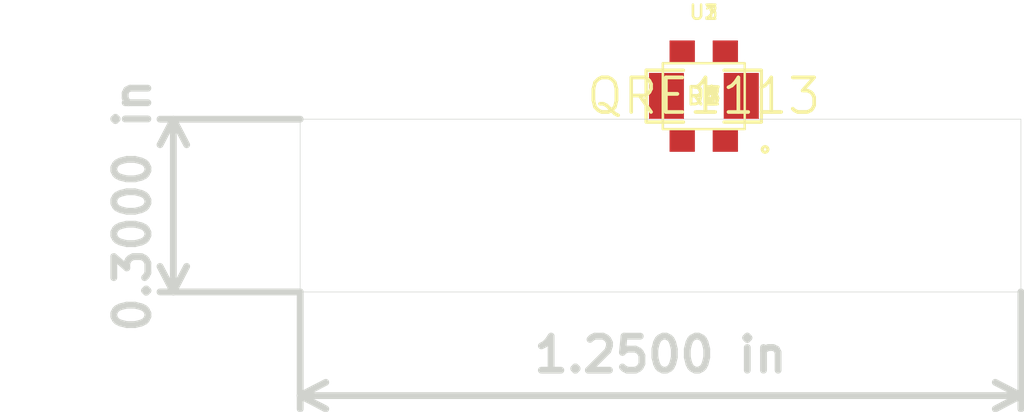
<source format=kicad_pcb>
(kicad_pcb (version 3) (host pcbnew "(2013-07-07 BZR 4022)-stable")

  (general
    (links 21)
    (no_connects 8)
    (area 0 0 0 0)
    (thickness 1.6)
    (drawings 6)
    (tracks 0)
    (zones 0)
    (modules 12)
    (nets 10)
  )

  (page A3)
  (layers
    (15 F.Cu signal)
    (0 B.Cu signal)
    (17 F.Adhes user)
    (19 F.Paste user)
    (21 F.SilkS user)
    (23 F.Mask user)
    (28 Edge.Cuts user)
  )

  (setup
    (last_trace_width 0.254)
    (trace_clearance 0.254)
    (zone_clearance 0.508)
    (zone_45_only no)
    (trace_min 0.254)
    (segment_width 0.2)
    (edge_width 0.0254)
    (via_size 0.889)
    (via_drill 0.635)
    (via_min_size 0.889)
    (via_min_drill 0.508)
    (uvia_size 0.508)
    (uvia_drill 0.127)
    (uvias_allowed no)
    (uvia_min_size 0.508)
    (uvia_min_drill 0.127)
    (pcb_text_width 0.3)
    (pcb_text_size 1.5 1.5)
    (mod_edge_width 0.15)
    (mod_text_size 1.5 1.5)
    (mod_text_width 0.15)
    (pad_size 1.524 1.524)
    (pad_drill 0.762)
    (pad_to_mask_clearance 0.2)
    (aux_axis_origin 0 0)
    (visible_elements FFFFFFBF)
    (pcbplotparams
      (layerselection 3178497)
      (usegerberextensions true)
      (excludeedgelayer true)
      (linewidth 0.100000)
      (plotframeref false)
      (viasonmask false)
      (mode 1)
      (useauxorigin false)
      (hpglpennumber 1)
      (hpglpenspeed 20)
      (hpglpendiameter 15)
      (hpglpenoverlay 2)
      (psnegative false)
      (psa4output false)
      (plotreference true)
      (plotvalue true)
      (plotothertext true)
      (plotinvisibletext false)
      (padsonsilk false)
      (subtractmaskfromsilk false)
      (outputformat 1)
      (mirror false)
      (drillshape 1)
      (scaleselection 1)
      (outputdirectory ""))
  )

  (net 0 "")
  (net 1 3V3)
  (net 2 A1)
  (net 3 A2)
  (net 4 A3)
  (net 5 GND)
  (net 6 N-000003)
  (net 7 N-000005)
  (net 8 N-000007)
  (net 9 N-000009)

  (net_class Default "This is the default net class."
    (clearance 0.254)
    (trace_width 0.254)
    (via_dia 0.889)
    (via_drill 0.635)
    (uvia_dia 0.508)
    (uvia_drill 0.127)
    (add_net "")
    (add_net 3V3)
    (add_net A1)
    (add_net A2)
    (add_net A3)
    (add_net GND)
    (add_net N-000003)
    (add_net N-000005)
    (add_net N-000007)
    (add_net N-000009)
  )

  (module SM1206 (layer F.Cu) (tedit 42806E24) (tstamp 546A8AE9)
    (at 120.65 66.04)
    (path /54680EA8)
    (attr smd)
    (fp_text reference P1 (at 0 0) (layer F.SilkS)
      (effects (font (size 0.762 0.762) (thickness 0.127)))
    )
    (fp_text value CONN_5 (at 0 0) (layer F.SilkS) hide
      (effects (font (size 0.762 0.762) (thickness 0.127)))
    )
    (fp_line (start -2.54 -1.143) (end -2.54 1.143) (layer F.SilkS) (width 0.127))
    (fp_line (start -2.54 1.143) (end -0.889 1.143) (layer F.SilkS) (width 0.127))
    (fp_line (start 0.889 -1.143) (end 2.54 -1.143) (layer F.SilkS) (width 0.127))
    (fp_line (start 2.54 -1.143) (end 2.54 1.143) (layer F.SilkS) (width 0.127))
    (fp_line (start 2.54 1.143) (end 0.889 1.143) (layer F.SilkS) (width 0.127))
    (fp_line (start -0.889 -1.143) (end -2.54 -1.143) (layer F.SilkS) (width 0.127))
    (pad 1 smd rect (at -1.651 0) (size 1.524 2.032)
      (layers F.Cu F.Paste F.Mask)
      (net 1 3V3)
    )
    (pad 2 smd rect (at 1.651 0) (size 1.524 2.032)
      (layers F.Cu F.Paste F.Mask)
      (net 2 A1)
    )
    (model smd/chip_cms.wrl
      (at (xyz 0 0 0))
      (scale (xyz 0.17 0.16 0.16))
      (rotate (xyz 0 0 0))
    )
  )

  (module SM1206 (layer F.Cu) (tedit 42806E24) (tstamp 546A8AF5)
    (at 120.65 66.04)
    (path /54681008)
    (attr smd)
    (fp_text reference R1 (at 0 0) (layer F.SilkS)
      (effects (font (size 0.762 0.762) (thickness 0.127)))
    )
    (fp_text value 56 (at 0 0) (layer F.SilkS) hide
      (effects (font (size 0.762 0.762) (thickness 0.127)))
    )
    (fp_line (start -2.54 -1.143) (end -2.54 1.143) (layer F.SilkS) (width 0.127))
    (fp_line (start -2.54 1.143) (end -0.889 1.143) (layer F.SilkS) (width 0.127))
    (fp_line (start 0.889 -1.143) (end 2.54 -1.143) (layer F.SilkS) (width 0.127))
    (fp_line (start 2.54 -1.143) (end 2.54 1.143) (layer F.SilkS) (width 0.127))
    (fp_line (start 2.54 1.143) (end 0.889 1.143) (layer F.SilkS) (width 0.127))
    (fp_line (start -0.889 -1.143) (end -2.54 -1.143) (layer F.SilkS) (width 0.127))
    (pad 1 smd rect (at -1.651 0) (size 1.524 2.032)
      (layers F.Cu F.Paste F.Mask)
      (net 1 3V3)
    )
    (pad 2 smd rect (at 1.651 0) (size 1.524 2.032)
      (layers F.Cu F.Paste F.Mask)
      (net 9 N-000009)
    )
    (model smd/chip_cms.wrl
      (at (xyz 0 0 0))
      (scale (xyz 0.17 0.16 0.16))
      (rotate (xyz 0 0 0))
    )
  )

  (module SM1206 (layer F.Cu) (tedit 42806E24) (tstamp 546A8B01)
    (at 120.65 66.04)
    (path /54681044)
    (attr smd)
    (fp_text reference R4 (at 0 0) (layer F.SilkS)
      (effects (font (size 0.762 0.762) (thickness 0.127)))
    )
    (fp_text value 8.2k (at 0 0) (layer F.SilkS) hide
      (effects (font (size 0.762 0.762) (thickness 0.127)))
    )
    (fp_line (start -2.54 -1.143) (end -2.54 1.143) (layer F.SilkS) (width 0.127))
    (fp_line (start -2.54 1.143) (end -0.889 1.143) (layer F.SilkS) (width 0.127))
    (fp_line (start 0.889 -1.143) (end 2.54 -1.143) (layer F.SilkS) (width 0.127))
    (fp_line (start 2.54 -1.143) (end 2.54 1.143) (layer F.SilkS) (width 0.127))
    (fp_line (start 2.54 1.143) (end 0.889 1.143) (layer F.SilkS) (width 0.127))
    (fp_line (start -0.889 -1.143) (end -2.54 -1.143) (layer F.SilkS) (width 0.127))
    (pad 1 smd rect (at -1.651 0) (size 1.524 2.032)
      (layers F.Cu F.Paste F.Mask)
      (net 1 3V3)
    )
    (pad 2 smd rect (at 1.651 0) (size 1.524 2.032)
      (layers F.Cu F.Paste F.Mask)
      (net 2 A1)
    )
    (model smd/chip_cms.wrl
      (at (xyz 0 0 0))
      (scale (xyz 0.17 0.16 0.16))
      (rotate (xyz 0 0 0))
    )
  )

  (module SM1206 (layer F.Cu) (tedit 42806E24) (tstamp 546A8B0D)
    (at 120.65 66.04)
    (path /546810BF)
    (attr smd)
    (fp_text reference R2 (at 0 0) (layer F.SilkS)
      (effects (font (size 0.762 0.762) (thickness 0.127)))
    )
    (fp_text value 56 (at 0 0) (layer F.SilkS) hide
      (effects (font (size 0.762 0.762) (thickness 0.127)))
    )
    (fp_line (start -2.54 -1.143) (end -2.54 1.143) (layer F.SilkS) (width 0.127))
    (fp_line (start -2.54 1.143) (end -0.889 1.143) (layer F.SilkS) (width 0.127))
    (fp_line (start 0.889 -1.143) (end 2.54 -1.143) (layer F.SilkS) (width 0.127))
    (fp_line (start 2.54 -1.143) (end 2.54 1.143) (layer F.SilkS) (width 0.127))
    (fp_line (start 2.54 1.143) (end 0.889 1.143) (layer F.SilkS) (width 0.127))
    (fp_line (start -0.889 -1.143) (end -2.54 -1.143) (layer F.SilkS) (width 0.127))
    (pad 1 smd rect (at -1.651 0) (size 1.524 2.032)
      (layers F.Cu F.Paste F.Mask)
      (net 1 3V3)
    )
    (pad 2 smd rect (at 1.651 0) (size 1.524 2.032)
      (layers F.Cu F.Paste F.Mask)
      (net 7 N-000005)
    )
    (model smd/chip_cms.wrl
      (at (xyz 0 0 0))
      (scale (xyz 0.17 0.16 0.16))
      (rotate (xyz 0 0 0))
    )
  )

  (module SM1206 (layer F.Cu) (tedit 42806E24) (tstamp 546A8B19)
    (at 120.65 66.04)
    (path /546810CE)
    (attr smd)
    (fp_text reference R5 (at 0 0) (layer F.SilkS)
      (effects (font (size 0.762 0.762) (thickness 0.127)))
    )
    (fp_text value 8.2k (at 0 0) (layer F.SilkS) hide
      (effects (font (size 0.762 0.762) (thickness 0.127)))
    )
    (fp_line (start -2.54 -1.143) (end -2.54 1.143) (layer F.SilkS) (width 0.127))
    (fp_line (start -2.54 1.143) (end -0.889 1.143) (layer F.SilkS) (width 0.127))
    (fp_line (start 0.889 -1.143) (end 2.54 -1.143) (layer F.SilkS) (width 0.127))
    (fp_line (start 2.54 -1.143) (end 2.54 1.143) (layer F.SilkS) (width 0.127))
    (fp_line (start 2.54 1.143) (end 0.889 1.143) (layer F.SilkS) (width 0.127))
    (fp_line (start -0.889 -1.143) (end -2.54 -1.143) (layer F.SilkS) (width 0.127))
    (pad 1 smd rect (at -1.651 0) (size 1.524 2.032)
      (layers F.Cu F.Paste F.Mask)
      (net 1 3V3)
    )
    (pad 2 smd rect (at 1.651 0) (size 1.524 2.032)
      (layers F.Cu F.Paste F.Mask)
      (net 3 A2)
    )
    (model smd/chip_cms.wrl
      (at (xyz 0 0 0))
      (scale (xyz 0.17 0.16 0.16))
      (rotate (xyz 0 0 0))
    )
  )

  (module SM1206 (layer F.Cu) (tedit 42806E24) (tstamp 546A8B25)
    (at 120.65 66.04)
    (path /546810F5)
    (attr smd)
    (fp_text reference R3 (at 0 0) (layer F.SilkS)
      (effects (font (size 0.762 0.762) (thickness 0.127)))
    )
    (fp_text value 56 (at 0 0) (layer F.SilkS) hide
      (effects (font (size 0.762 0.762) (thickness 0.127)))
    )
    (fp_line (start -2.54 -1.143) (end -2.54 1.143) (layer F.SilkS) (width 0.127))
    (fp_line (start -2.54 1.143) (end -0.889 1.143) (layer F.SilkS) (width 0.127))
    (fp_line (start 0.889 -1.143) (end 2.54 -1.143) (layer F.SilkS) (width 0.127))
    (fp_line (start 2.54 -1.143) (end 2.54 1.143) (layer F.SilkS) (width 0.127))
    (fp_line (start 2.54 1.143) (end 0.889 1.143) (layer F.SilkS) (width 0.127))
    (fp_line (start -0.889 -1.143) (end -2.54 -1.143) (layer F.SilkS) (width 0.127))
    (pad 1 smd rect (at -1.651 0) (size 1.524 2.032)
      (layers F.Cu F.Paste F.Mask)
      (net 1 3V3)
    )
    (pad 2 smd rect (at 1.651 0) (size 1.524 2.032)
      (layers F.Cu F.Paste F.Mask)
      (net 6 N-000003)
    )
    (model smd/chip_cms.wrl
      (at (xyz 0 0 0))
      (scale (xyz 0.17 0.16 0.16))
      (rotate (xyz 0 0 0))
    )
  )

  (module SM1206 (layer F.Cu) (tedit 42806E24) (tstamp 546A8B31)
    (at 120.65 66.04)
    (path /54681104)
    (attr smd)
    (fp_text reference R6 (at 0 0) (layer F.SilkS)
      (effects (font (size 0.762 0.762) (thickness 0.127)))
    )
    (fp_text value 8.2k (at 0 0) (layer F.SilkS) hide
      (effects (font (size 0.762 0.762) (thickness 0.127)))
    )
    (fp_line (start -2.54 -1.143) (end -2.54 1.143) (layer F.SilkS) (width 0.127))
    (fp_line (start -2.54 1.143) (end -0.889 1.143) (layer F.SilkS) (width 0.127))
    (fp_line (start 0.889 -1.143) (end 2.54 -1.143) (layer F.SilkS) (width 0.127))
    (fp_line (start 2.54 -1.143) (end 2.54 1.143) (layer F.SilkS) (width 0.127))
    (fp_line (start 2.54 1.143) (end 0.889 1.143) (layer F.SilkS) (width 0.127))
    (fp_line (start -0.889 -1.143) (end -2.54 -1.143) (layer F.SilkS) (width 0.127))
    (pad 1 smd rect (at -1.651 0) (size 1.524 2.032)
      (layers F.Cu F.Paste F.Mask)
      (net 1 3V3)
    )
    (pad 2 smd rect (at 1.651 0) (size 1.524 2.032)
      (layers F.Cu F.Paste F.Mask)
      (net 4 A3)
    )
    (model smd/chip_cms.wrl
      (at (xyz 0 0 0))
      (scale (xyz 0.17 0.16 0.16))
      (rotate (xyz 0 0 0))
    )
  )

  (module SM1206 (layer F.Cu) (tedit 42806E24) (tstamp 546A8B3D)
    (at 120.65 66.04)
    (path /54682081)
    (attr smd)
    (fp_text reference R7 (at 0 0) (layer F.SilkS)
      (effects (font (size 0.762 0.762) (thickness 0.127)))
    )
    (fp_text value 10k (at 0 0) (layer F.SilkS) hide
      (effects (font (size 0.762 0.762) (thickness 0.127)))
    )
    (fp_line (start -2.54 -1.143) (end -2.54 1.143) (layer F.SilkS) (width 0.127))
    (fp_line (start -2.54 1.143) (end -0.889 1.143) (layer F.SilkS) (width 0.127))
    (fp_line (start 0.889 -1.143) (end 2.54 -1.143) (layer F.SilkS) (width 0.127))
    (fp_line (start 2.54 -1.143) (end 2.54 1.143) (layer F.SilkS) (width 0.127))
    (fp_line (start 2.54 1.143) (end 0.889 1.143) (layer F.SilkS) (width 0.127))
    (fp_line (start -0.889 -1.143) (end -2.54 -1.143) (layer F.SilkS) (width 0.127))
    (pad 1 smd rect (at -1.651 0) (size 1.524 2.032)
      (layers F.Cu F.Paste F.Mask)
      (net 1 3V3)
    )
    (pad 2 smd rect (at 1.651 0) (size 1.524 2.032)
      (layers F.Cu F.Paste F.Mask)
      (net 8 N-000007)
    )
    (model smd/chip_cms.wrl
      (at (xyz 0 0 0))
      (scale (xyz 0.17 0.16 0.16))
      (rotate (xyz 0 0 0))
    )
  )

  (module SM1206 (layer F.Cu) (tedit 42806E24) (tstamp 546A8B49)
    (at 120.65 66.04)
    (path /54682090)
    (attr smd)
    (fp_text reference D1 (at 0 0) (layer F.SilkS)
      (effects (font (size 0.762 0.762) (thickness 0.127)))
    )
    (fp_text value DIODE (at 0 0) (layer F.SilkS) hide
      (effects (font (size 0.762 0.762) (thickness 0.127)))
    )
    (fp_line (start -2.54 -1.143) (end -2.54 1.143) (layer F.SilkS) (width 0.127))
    (fp_line (start -2.54 1.143) (end -0.889 1.143) (layer F.SilkS) (width 0.127))
    (fp_line (start 0.889 -1.143) (end 2.54 -1.143) (layer F.SilkS) (width 0.127))
    (fp_line (start 2.54 -1.143) (end 2.54 1.143) (layer F.SilkS) (width 0.127))
    (fp_line (start 2.54 1.143) (end 0.889 1.143) (layer F.SilkS) (width 0.127))
    (fp_line (start -0.889 -1.143) (end -2.54 -1.143) (layer F.SilkS) (width 0.127))
    (pad 1 smd rect (at -1.651 0) (size 1.524 2.032)
      (layers F.Cu F.Paste F.Mask)
      (net 5 GND)
    )
    (pad 2 smd rect (at 1.651 0) (size 1.524 2.032)
      (layers F.Cu F.Paste F.Mask)
      (net 8 N-000007)
    )
    (model smd/chip_cms.wrl
      (at (xyz 0 0 0))
      (scale (xyz 0.17 0.16 0.16))
      (rotate (xyz 0 0 0))
    )
  )

  (module QRE1113 (layer F.Cu) (tedit 546A883D) (tstamp 546A8B5A)
    (at 120.65 66.04)
    (descr "Photodetector LED combo")
    (path /54680E59)
    (fp_text reference U1 (at 0 -3.7) (layer F.SilkS)
      (effects (font (size 0.625 0.625) (thickness 0.1)))
    )
    (fp_text value QRE1113 (at 0 0) (layer F.SilkS)
      (effects (font (size 1.524 1.524) (thickness 0.15)))
    )
    (fp_line (start -1.7 1.35) (end 1.7 1.35) (layer Dwgs.User) (width 0.1))
    (fp_line (start 1.7 1.35) (end 1.7 -1.35) (layer Dwgs.User) (width 0.1))
    (fp_line (start 1.7 -1.35) (end -1.7 -1.35) (layer Dwgs.User) (width 0.1))
    (fp_line (start -1.7 -1.35) (end -1.7 1.35) (layer Dwgs.User) (width 0.1))
    (fp_line (start -1.8 1.45) (end 1.8 1.45) (layer F.SilkS) (width 0.1))
    (fp_line (start 1.8 1.45) (end 1.8 -1.45) (layer F.SilkS) (width 0.1))
    (fp_line (start 1.8 -1.45) (end -1.8 -1.45) (layer F.SilkS) (width 0.1))
    (fp_line (start -1.8 -1.45) (end -1.8 1.45) (layer F.SilkS) (width 0.1))
    (fp_circle (center 2.7 2.35) (end 2.788388 2.438388) (layer F.SilkS) (width 0.125))
    (pad 3 smd rect (at -0.95 -1.95) (size 1.1 1)
      (layers F.Cu F.Paste F.Mask)
      (net 2 A1)
    )
    (pad 4 smd rect (at -0.95 1.95) (size 1.1 1)
      (layers F.Cu F.Paste F.Mask)
      (net 5 GND)
    )
    (pad 1 smd rect (at 0.95 1.95) (size 1.1 1)
      (layers F.Cu F.Paste F.Mask)
      (net 9 N-000009)
    )
    (pad 2 smd rect (at 0.95 -1.95) (size 1.1 1)
      (layers F.Cu F.Paste F.Mask)
      (net 5 GND)
    )
  )

  (module QRE1113 (layer F.Cu) (tedit 546A883D) (tstamp 546A8B6B)
    (at 120.65 66.04)
    (descr "Photodetector LED combo")
    (path /546810A9)
    (fp_text reference U2 (at 0 -3.7) (layer F.SilkS)
      (effects (font (size 0.625 0.625) (thickness 0.1)))
    )
    (fp_text value QRE1113 (at 0 0) (layer F.SilkS)
      (effects (font (size 1.524 1.524) (thickness 0.15)))
    )
    (fp_line (start -1.7 1.35) (end 1.7 1.35) (layer Dwgs.User) (width 0.1))
    (fp_line (start 1.7 1.35) (end 1.7 -1.35) (layer Dwgs.User) (width 0.1))
    (fp_line (start 1.7 -1.35) (end -1.7 -1.35) (layer Dwgs.User) (width 0.1))
    (fp_line (start -1.7 -1.35) (end -1.7 1.35) (layer Dwgs.User) (width 0.1))
    (fp_line (start -1.8 1.45) (end 1.8 1.45) (layer F.SilkS) (width 0.1))
    (fp_line (start 1.8 1.45) (end 1.8 -1.45) (layer F.SilkS) (width 0.1))
    (fp_line (start 1.8 -1.45) (end -1.8 -1.45) (layer F.SilkS) (width 0.1))
    (fp_line (start -1.8 -1.45) (end -1.8 1.45) (layer F.SilkS) (width 0.1))
    (fp_circle (center 2.7 2.35) (end 2.788388 2.438388) (layer F.SilkS) (width 0.125))
    (pad 3 smd rect (at -0.95 -1.95) (size 1.1 1)
      (layers F.Cu F.Paste F.Mask)
      (net 3 A2)
    )
    (pad 4 smd rect (at -0.95 1.95) (size 1.1 1)
      (layers F.Cu F.Paste F.Mask)
      (net 5 GND)
    )
    (pad 1 smd rect (at 0.95 1.95) (size 1.1 1)
      (layers F.Cu F.Paste F.Mask)
      (net 7 N-000005)
    )
    (pad 2 smd rect (at 0.95 -1.95) (size 1.1 1)
      (layers F.Cu F.Paste F.Mask)
      (net 5 GND)
    )
  )

  (module QRE1113 (layer F.Cu) (tedit 546A883D) (tstamp 546A8B7C)
    (at 120.65 66.04)
    (descr "Photodetector LED combo")
    (path /546810DF)
    (fp_text reference U3 (at 0 -3.7) (layer F.SilkS)
      (effects (font (size 0.625 0.625) (thickness 0.1)))
    )
    (fp_text value QRE1113 (at 0 0) (layer F.SilkS)
      (effects (font (size 1.524 1.524) (thickness 0.15)))
    )
    (fp_line (start -1.7 1.35) (end 1.7 1.35) (layer Dwgs.User) (width 0.1))
    (fp_line (start 1.7 1.35) (end 1.7 -1.35) (layer Dwgs.User) (width 0.1))
    (fp_line (start 1.7 -1.35) (end -1.7 -1.35) (layer Dwgs.User) (width 0.1))
    (fp_line (start -1.7 -1.35) (end -1.7 1.35) (layer Dwgs.User) (width 0.1))
    (fp_line (start -1.8 1.45) (end 1.8 1.45) (layer F.SilkS) (width 0.1))
    (fp_line (start 1.8 1.45) (end 1.8 -1.45) (layer F.SilkS) (width 0.1))
    (fp_line (start 1.8 -1.45) (end -1.8 -1.45) (layer F.SilkS) (width 0.1))
    (fp_line (start -1.8 -1.45) (end -1.8 1.45) (layer F.SilkS) (width 0.1))
    (fp_circle (center 2.7 2.35) (end 2.788388 2.438388) (layer F.SilkS) (width 0.125))
    (pad 3 smd rect (at -0.95 -1.95) (size 1.1 1)
      (layers F.Cu F.Paste F.Mask)
      (net 4 A3)
    )
    (pad 4 smd rect (at -0.95 1.95) (size 1.1 1)
      (layers F.Cu F.Paste F.Mask)
      (net 5 GND)
    )
    (pad 1 smd rect (at 0.95 1.95) (size 1.1 1)
      (layers F.Cu F.Paste F.Mask)
      (net 6 N-000003)
    )
    (pad 2 smd rect (at 0.95 -1.95) (size 1.1 1)
      (layers F.Cu F.Paste F.Mask)
      (net 5 GND)
    )
  )

  (dimension 7.62 (width 0.3) (layer Edge.Cuts)
    (gr_text "0.3000 in" (at 95.932 70.866 270) (layer Edge.Cuts)
      (effects (font (size 1.5 1.5) (thickness 0.3)))
    )
    (feature1 (pts (xy 102.87 74.676) (xy 94.582 74.676)))
    (feature2 (pts (xy 102.87 67.056) (xy 94.582 67.056)))
    (crossbar (pts (xy 97.282 67.056) (xy 97.282 74.676)))
    (arrow1a (pts (xy 97.282 74.676) (xy 96.69558 73.549497)))
    (arrow1b (pts (xy 97.282 74.676) (xy 97.86842 73.549497)))
    (arrow2a (pts (xy 97.282 67.056) (xy 96.69558 68.182503)))
    (arrow2b (pts (xy 97.282 67.056) (xy 97.86842 68.182503)))
  )
  (dimension 31.75 (width 0.3) (layer Edge.Cuts)
    (gr_text "1.2500 in" (at 118.745 80.597999) (layer Edge.Cuts)
      (effects (font (size 1.5 1.5) (thickness 0.3)))
    )
    (feature1 (pts (xy 102.87 74.676) (xy 102.87 81.947999)))
    (feature2 (pts (xy 134.62 74.676) (xy 134.62 81.947999)))
    (crossbar (pts (xy 134.62 79.247999) (xy 102.87 79.247999)))
    (arrow1a (pts (xy 102.87 79.247999) (xy 103.996503 78.661579)))
    (arrow1b (pts (xy 102.87 79.247999) (xy 103.996503 79.834419)))
    (arrow2a (pts (xy 134.62 79.247999) (xy 133.493497 78.661579)))
    (arrow2b (pts (xy 134.62 79.247999) (xy 133.493497 79.834419)))
  )
  (gr_line (start 134.62 74.676) (end 102.87 74.676) (angle 90) (layer Edge.Cuts) (width 0.0254))
  (gr_line (start 134.62 67.056) (end 134.62 74.676) (angle 90) (layer Edge.Cuts) (width 0.0254))
  (gr_line (start 102.87 67.056) (end 134.62 67.056) (angle 90) (layer Edge.Cuts) (width 0.0254))
  (gr_line (start 102.87 74.676) (end 102.87 67.056) (angle 90) (layer Edge.Cuts) (width 0.0254))

)

</source>
